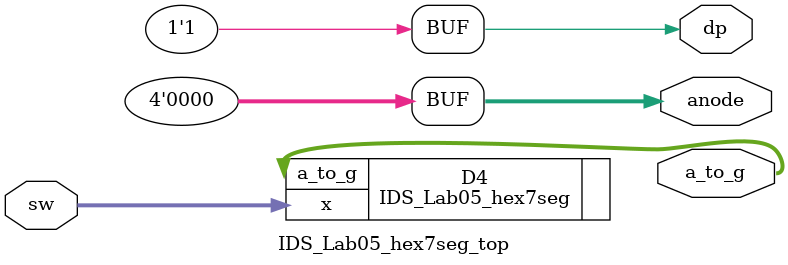
<source format=v>
`timescale 1ns / 1ps
module IDS_Lab05_hex7seg_top(
    input [3:0] sw,
    output [6:0] a_to_g,
    output [3:0] anode,
    output dp
    );

assign anode = 4'b0000;
assign dp = 1;

IDS_Lab05_hex7seg D4 (.x(sw),
						.a_to_g(a_to_g)
);

endmodule

</source>
